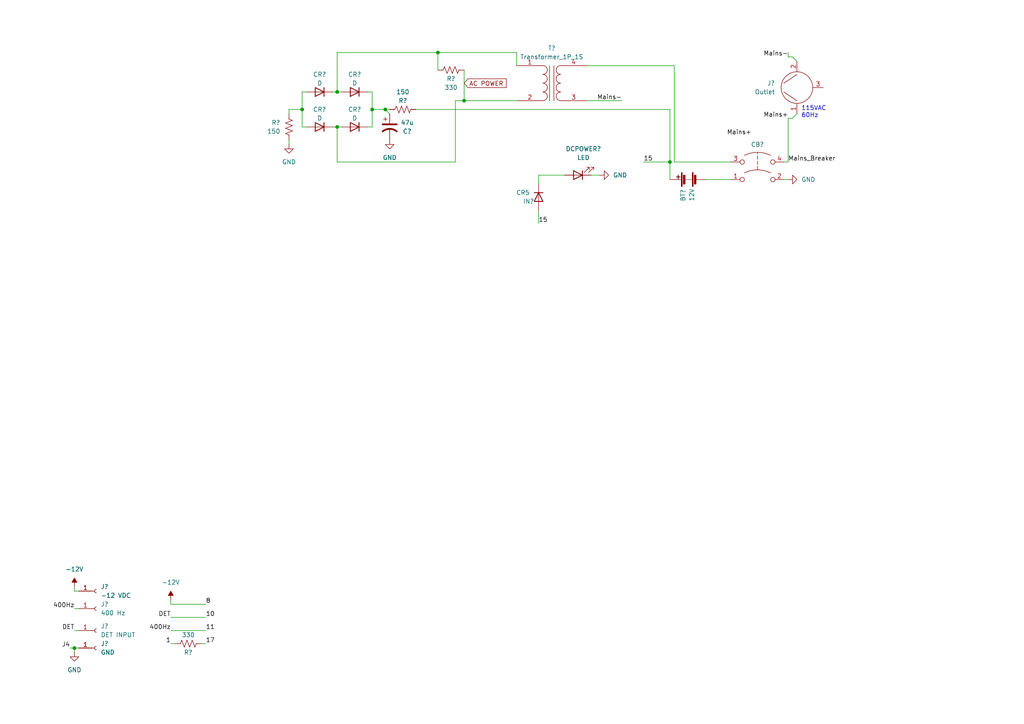
<source format=kicad_sch>
(kicad_sch (version 20211123) (generator eeschema)

  (uuid e63e39d7-6ac0-4ffd-8aa3-1841a4541b55)

  (paper "A4")

  (lib_symbols
    (symbol "Connector:Conn_01x01_Female" (pin_names (offset 1.016) hide) (in_bom yes) (on_board yes)
      (property "Reference" "J" (id 0) (at 0 2.54 0)
        (effects (font (size 1.27 1.27)))
      )
      (property "Value" "Conn_01x01_Female" (id 1) (at 0 -2.54 0)
        (effects (font (size 1.27 1.27)))
      )
      (property "Footprint" "" (id 2) (at 0 0 0)
        (effects (font (size 1.27 1.27)) hide)
      )
      (property "Datasheet" "~" (id 3) (at 0 0 0)
        (effects (font (size 1.27 1.27)) hide)
      )
      (property "ki_keywords" "connector" (id 4) (at 0 0 0)
        (effects (font (size 1.27 1.27)) hide)
      )
      (property "ki_description" "Generic connector, single row, 01x01, script generated (kicad-library-utils/schlib/autogen/connector/)" (id 5) (at 0 0 0)
        (effects (font (size 1.27 1.27)) hide)
      )
      (property "ki_fp_filters" "Connector*:*" (id 6) (at 0 0 0)
        (effects (font (size 1.27 1.27)) hide)
      )
      (symbol "Conn_01x01_Female_1_1"
        (polyline
          (pts
            (xy -1.27 0)
            (xy -0.508 0)
          )
          (stroke (width 0.1524) (type default) (color 0 0 0 0))
          (fill (type none))
        )
        (arc (start 0 0.508) (mid -0.508 0) (end 0 -0.508)
          (stroke (width 0.1524) (type default) (color 0 0 0 0))
          (fill (type none))
        )
        (pin passive line (at -5.08 0 0) (length 3.81)
          (name "Pin_1" (effects (font (size 1.27 1.27))))
          (number "1" (effects (font (size 1.27 1.27))))
        )
      )
    )
    (symbol "Device:Battery" (pin_numbers hide) (pin_names (offset 0) hide) (in_bom yes) (on_board yes)
      (property "Reference" "BT" (id 0) (at 2.54 2.54 0)
        (effects (font (size 1.27 1.27)) (justify left))
      )
      (property "Value" "Battery" (id 1) (at 2.54 0 0)
        (effects (font (size 1.27 1.27)) (justify left))
      )
      (property "Footprint" "" (id 2) (at 0 1.524 90)
        (effects (font (size 1.27 1.27)) hide)
      )
      (property "Datasheet" "~" (id 3) (at 0 1.524 90)
        (effects (font (size 1.27 1.27)) hide)
      )
      (property "ki_keywords" "batt voltage-source cell" (id 4) (at 0 0 0)
        (effects (font (size 1.27 1.27)) hide)
      )
      (property "ki_description" "Multiple-cell battery" (id 5) (at 0 0 0)
        (effects (font (size 1.27 1.27)) hide)
      )
      (symbol "Battery_0_1"
        (rectangle (start -2.032 -1.397) (end 2.032 -1.651)
          (stroke (width 0) (type default) (color 0 0 0 0))
          (fill (type outline))
        )
        (rectangle (start -2.032 1.778) (end 2.032 1.524)
          (stroke (width 0) (type default) (color 0 0 0 0))
          (fill (type outline))
        )
        (rectangle (start -1.3208 -1.9812) (end 1.27 -2.4892)
          (stroke (width 0) (type default) (color 0 0 0 0))
          (fill (type outline))
        )
        (rectangle (start -1.3208 1.1938) (end 1.27 0.6858)
          (stroke (width 0) (type default) (color 0 0 0 0))
          (fill (type outline))
        )
        (polyline
          (pts
            (xy 0 -1.524)
            (xy 0 -1.27)
          )
          (stroke (width 0) (type default) (color 0 0 0 0))
          (fill (type none))
        )
        (polyline
          (pts
            (xy 0 -1.016)
            (xy 0 -0.762)
          )
          (stroke (width 0) (type default) (color 0 0 0 0))
          (fill (type none))
        )
        (polyline
          (pts
            (xy 0 -0.508)
            (xy 0 -0.254)
          )
          (stroke (width 0) (type default) (color 0 0 0 0))
          (fill (type none))
        )
        (polyline
          (pts
            (xy 0 0)
            (xy 0 0.254)
          )
          (stroke (width 0) (type default) (color 0 0 0 0))
          (fill (type none))
        )
        (polyline
          (pts
            (xy 0 0.508)
            (xy 0 0.762)
          )
          (stroke (width 0) (type default) (color 0 0 0 0))
          (fill (type none))
        )
        (polyline
          (pts
            (xy 0 1.778)
            (xy 0 2.54)
          )
          (stroke (width 0) (type default) (color 0 0 0 0))
          (fill (type none))
        )
        (polyline
          (pts
            (xy 0.254 2.667)
            (xy 1.27 2.667)
          )
          (stroke (width 0.254) (type default) (color 0 0 0 0))
          (fill (type none))
        )
        (polyline
          (pts
            (xy 0.762 3.175)
            (xy 0.762 2.159)
          )
          (stroke (width 0.254) (type default) (color 0 0 0 0))
          (fill (type none))
        )
      )
      (symbol "Battery_1_1"
        (pin passive line (at 0 5.08 270) (length 2.54)
          (name "+" (effects (font (size 1.27 1.27))))
          (number "1" (effects (font (size 1.27 1.27))))
        )
        (pin passive line (at 0 -5.08 90) (length 2.54)
          (name "-" (effects (font (size 1.27 1.27))))
          (number "2" (effects (font (size 1.27 1.27))))
        )
      )
    )
    (symbol "Device:C_Polarized_US" (pin_numbers hide) (pin_names (offset 0.254) hide) (in_bom yes) (on_board yes)
      (property "Reference" "C" (id 0) (at 0.635 2.54 0)
        (effects (font (size 1.27 1.27)) (justify left))
      )
      (property "Value" "C_Polarized_US" (id 1) (at 0.635 -2.54 0)
        (effects (font (size 1.27 1.27)) (justify left))
      )
      (property "Footprint" "" (id 2) (at 0 0 0)
        (effects (font (size 1.27 1.27)) hide)
      )
      (property "Datasheet" "~" (id 3) (at 0 0 0)
        (effects (font (size 1.27 1.27)) hide)
      )
      (property "ki_keywords" "cap capacitor" (id 4) (at 0 0 0)
        (effects (font (size 1.27 1.27)) hide)
      )
      (property "ki_description" "Polarized capacitor, US symbol" (id 5) (at 0 0 0)
        (effects (font (size 1.27 1.27)) hide)
      )
      (property "ki_fp_filters" "CP_*" (id 6) (at 0 0 0)
        (effects (font (size 1.27 1.27)) hide)
      )
      (symbol "C_Polarized_US_0_1"
        (polyline
          (pts
            (xy -2.032 0.762)
            (xy 2.032 0.762)
          )
          (stroke (width 0.508) (type default) (color 0 0 0 0))
          (fill (type none))
        )
        (polyline
          (pts
            (xy -1.778 2.286)
            (xy -0.762 2.286)
          )
          (stroke (width 0) (type default) (color 0 0 0 0))
          (fill (type none))
        )
        (polyline
          (pts
            (xy -1.27 1.778)
            (xy -1.27 2.794)
          )
          (stroke (width 0) (type default) (color 0 0 0 0))
          (fill (type none))
        )
        (arc (start 2.032 -1.27) (mid 0 -0.5572) (end -2.032 -1.27)
          (stroke (width 0.508) (type default) (color 0 0 0 0))
          (fill (type none))
        )
      )
      (symbol "C_Polarized_US_1_1"
        (pin passive line (at 0 3.81 270) (length 2.794)
          (name "~" (effects (font (size 1.27 1.27))))
          (number "1" (effects (font (size 1.27 1.27))))
        )
        (pin passive line (at 0 -3.81 90) (length 3.302)
          (name "~" (effects (font (size 1.27 1.27))))
          (number "2" (effects (font (size 1.27 1.27))))
        )
      )
    )
    (symbol "Device:CircuitBreaker_2P_US" (in_bom yes) (on_board yes)
      (property "Reference" "CB" (id 0) (at 6.35 -1.27 0)
        (effects (font (size 1.27 1.27)) (justify left))
      )
      (property "Value" "CircuitBreaker_2P_US" (id 1) (at 6.35 1.27 0)
        (effects (font (size 1.27 1.27)) (justify left))
      )
      (property "Footprint" "" (id 2) (at -2.54 0 0)
        (effects (font (size 1.27 1.27)) hide)
      )
      (property "Datasheet" "~" (id 3) (at -2.54 0 0)
        (effects (font (size 1.27 1.27)) hide)
      )
      (property "ki_keywords" "CB 2P" (id 4) (at 0 0 0)
        (effects (font (size 1.27 1.27)) hide)
      )
      (property "ki_description" "Double pole circuit breaker, US symbol" (id 5) (at 0 0 0)
        (effects (font (size 1.27 1.27)) hide)
      )
      (symbol "CircuitBreaker_2P_US_0_1"
        (circle (center -2.54 -4.445) (radius 0.635)
          (stroke (width 0) (type default) (color 0 0 0 0))
          (fill (type none))
        )
        (circle (center -2.54 4.445) (radius 0.635)
          (stroke (width 0) (type default) (color 0 0 0 0))
          (fill (type none))
        )
        (arc (start -0.635 -3.81) (mid 0.2644 0) (end -0.635 3.81)
          (stroke (width 0) (type default) (color 0 0 0 0))
          (fill (type none))
        )
        (polyline
          (pts
            (xy 0.254 0)
            (xy 0.254 0)
          )
          (stroke (width 0) (type default) (color 0 0 0 0))
          (fill (type none))
        )
        (polyline
          (pts
            (xy 0.254 0)
            (xy 1.27 0)
          )
          (stroke (width 0) (type default) (color 0 0 0 0))
          (fill (type none))
        )
        (polyline
          (pts
            (xy 1.778 0)
            (xy 2.794 0)
          )
          (stroke (width 0) (type default) (color 0 0 0 0))
          (fill (type none))
        )
        (polyline
          (pts
            (xy 3.302 0)
            (xy 4.318 0)
          )
          (stroke (width 0) (type default) (color 0 0 0 0))
          (fill (type none))
        )
        (polyline
          (pts
            (xy 4.826 0)
            (xy 5.334 0)
          )
          (stroke (width 0) (type default) (color 0 0 0 0))
          (fill (type none))
        )
      )
      (symbol "CircuitBreaker_2P_US_1_1"
        (circle (center 2.54 -4.445) (radius 0.635)
          (stroke (width 0) (type default) (color 0 0 0 0))
          (fill (type none))
        )
        (circle (center 2.54 4.445) (radius 0.635)
          (stroke (width 0) (type default) (color 0 0 0 0))
          (fill (type none))
        )
        (arc (start 4.445 -3.81) (mid 5.3444 0) (end 4.445 3.81)
          (stroke (width 0) (type default) (color 0 0 0 0))
          (fill (type none))
        )
        (pin passive line (at -2.54 7.62 270) (length 2.54)
          (name "~" (effects (font (size 1.27 1.27))))
          (number "1" (effects (font (size 1.27 1.27))))
        )
        (pin passive line (at -2.54 -7.62 90) (length 2.54)
          (name "~" (effects (font (size 1.27 1.27))))
          (number "2" (effects (font (size 1.27 1.27))))
        )
        (pin passive line (at 2.54 7.62 270) (length 2.54)
          (name "~" (effects (font (size 1.27 1.27))))
          (number "3" (effects (font (size 1.27 1.27))))
        )
        (pin passive line (at 2.54 -7.62 90) (length 2.54)
          (name "~" (effects (font (size 1.27 1.27))))
          (number "4" (effects (font (size 1.27 1.27))))
        )
      )
    )
    (symbol "Device:D" (pin_numbers hide) (pin_names (offset 1.016) hide) (in_bom yes) (on_board yes)
      (property "Reference" "D" (id 0) (at 0 2.54 0)
        (effects (font (size 1.27 1.27)))
      )
      (property "Value" "D" (id 1) (at 0 -2.54 0)
        (effects (font (size 1.27 1.27)))
      )
      (property "Footprint" "" (id 2) (at 0 0 0)
        (effects (font (size 1.27 1.27)) hide)
      )
      (property "Datasheet" "~" (id 3) (at 0 0 0)
        (effects (font (size 1.27 1.27)) hide)
      )
      (property "ki_keywords" "diode" (id 4) (at 0 0 0)
        (effects (font (size 1.27 1.27)) hide)
      )
      (property "ki_description" "Diode" (id 5) (at 0 0 0)
        (effects (font (size 1.27 1.27)) hide)
      )
      (property "ki_fp_filters" "TO-???* *_Diode_* *SingleDiode* D_*" (id 6) (at 0 0 0)
        (effects (font (size 1.27 1.27)) hide)
      )
      (symbol "D_0_1"
        (polyline
          (pts
            (xy -1.27 1.27)
            (xy -1.27 -1.27)
          )
          (stroke (width 0.254) (type default) (color 0 0 0 0))
          (fill (type none))
        )
        (polyline
          (pts
            (xy 1.27 0)
            (xy -1.27 0)
          )
          (stroke (width 0) (type default) (color 0 0 0 0))
          (fill (type none))
        )
        (polyline
          (pts
            (xy 1.27 1.27)
            (xy 1.27 -1.27)
            (xy -1.27 0)
            (xy 1.27 1.27)
          )
          (stroke (width 0.254) (type default) (color 0 0 0 0))
          (fill (type none))
        )
      )
      (symbol "D_1_1"
        (pin passive line (at -3.81 0 0) (length 2.54)
          (name "K" (effects (font (size 1.27 1.27))))
          (number "1" (effects (font (size 1.27 1.27))))
        )
        (pin passive line (at 3.81 0 180) (length 2.54)
          (name "A" (effects (font (size 1.27 1.27))))
          (number "2" (effects (font (size 1.27 1.27))))
        )
      )
    )
    (symbol "Device:LED" (pin_numbers hide) (pin_names (offset 1.016) hide) (in_bom yes) (on_board yes)
      (property "Reference" "D" (id 0) (at 0 2.54 0)
        (effects (font (size 1.27 1.27)))
      )
      (property "Value" "LED" (id 1) (at 0 -2.54 0)
        (effects (font (size 1.27 1.27)))
      )
      (property "Footprint" "" (id 2) (at 0 0 0)
        (effects (font (size 1.27 1.27)) hide)
      )
      (property "Datasheet" "~" (id 3) (at 0 0 0)
        (effects (font (size 1.27 1.27)) hide)
      )
      (property "ki_keywords" "LED diode" (id 4) (at 0 0 0)
        (effects (font (size 1.27 1.27)) hide)
      )
      (property "ki_description" "Light emitting diode" (id 5) (at 0 0 0)
        (effects (font (size 1.27 1.27)) hide)
      )
      (property "ki_fp_filters" "LED* LED_SMD:* LED_THT:*" (id 6) (at 0 0 0)
        (effects (font (size 1.27 1.27)) hide)
      )
      (symbol "LED_0_1"
        (polyline
          (pts
            (xy -1.27 -1.27)
            (xy -1.27 1.27)
          )
          (stroke (width 0.254) (type default) (color 0 0 0 0))
          (fill (type none))
        )
        (polyline
          (pts
            (xy -1.27 0)
            (xy 1.27 0)
          )
          (stroke (width 0) (type default) (color 0 0 0 0))
          (fill (type none))
        )
        (polyline
          (pts
            (xy 1.27 -1.27)
            (xy 1.27 1.27)
            (xy -1.27 0)
            (xy 1.27 -1.27)
          )
          (stroke (width 0.254) (type default) (color 0 0 0 0))
          (fill (type none))
        )
        (polyline
          (pts
            (xy -3.048 -0.762)
            (xy -4.572 -2.286)
            (xy -3.81 -2.286)
            (xy -4.572 -2.286)
            (xy -4.572 -1.524)
          )
          (stroke (width 0) (type default) (color 0 0 0 0))
          (fill (type none))
        )
        (polyline
          (pts
            (xy -1.778 -0.762)
            (xy -3.302 -2.286)
            (xy -2.54 -2.286)
            (xy -3.302 -2.286)
            (xy -3.302 -1.524)
          )
          (stroke (width 0) (type default) (color 0 0 0 0))
          (fill (type none))
        )
      )
      (symbol "LED_1_1"
        (pin passive line (at -3.81 0 0) (length 2.54)
          (name "K" (effects (font (size 1.27 1.27))))
          (number "1" (effects (font (size 1.27 1.27))))
        )
        (pin passive line (at 3.81 0 180) (length 2.54)
          (name "A" (effects (font (size 1.27 1.27))))
          (number "2" (effects (font (size 1.27 1.27))))
        )
      )
    )
    (symbol "Device:R_US" (pin_numbers hide) (pin_names (offset 0)) (in_bom yes) (on_board yes)
      (property "Reference" "R" (id 0) (at 2.54 0 90)
        (effects (font (size 1.27 1.27)))
      )
      (property "Value" "R_US" (id 1) (at -2.54 0 90)
        (effects (font (size 1.27 1.27)))
      )
      (property "Footprint" "" (id 2) (at 1.016 -0.254 90)
        (effects (font (size 1.27 1.27)) hide)
      )
      (property "Datasheet" "~" (id 3) (at 0 0 0)
        (effects (font (size 1.27 1.27)) hide)
      )
      (property "ki_keywords" "R res resistor" (id 4) (at 0 0 0)
        (effects (font (size 1.27 1.27)) hide)
      )
      (property "ki_description" "Resistor, US symbol" (id 5) (at 0 0 0)
        (effects (font (size 1.27 1.27)) hide)
      )
      (property "ki_fp_filters" "R_*" (id 6) (at 0 0 0)
        (effects (font (size 1.27 1.27)) hide)
      )
      (symbol "R_US_0_1"
        (polyline
          (pts
            (xy 0 -2.286)
            (xy 0 -2.54)
          )
          (stroke (width 0) (type default) (color 0 0 0 0))
          (fill (type none))
        )
        (polyline
          (pts
            (xy 0 2.286)
            (xy 0 2.54)
          )
          (stroke (width 0) (type default) (color 0 0 0 0))
          (fill (type none))
        )
        (polyline
          (pts
            (xy 0 -0.762)
            (xy 1.016 -1.143)
            (xy 0 -1.524)
            (xy -1.016 -1.905)
            (xy 0 -2.286)
          )
          (stroke (width 0) (type default) (color 0 0 0 0))
          (fill (type none))
        )
        (polyline
          (pts
            (xy 0 0.762)
            (xy 1.016 0.381)
            (xy 0 0)
            (xy -1.016 -0.381)
            (xy 0 -0.762)
          )
          (stroke (width 0) (type default) (color 0 0 0 0))
          (fill (type none))
        )
        (polyline
          (pts
            (xy 0 2.286)
            (xy 1.016 1.905)
            (xy 0 1.524)
            (xy -1.016 1.143)
            (xy 0 0.762)
          )
          (stroke (width 0) (type default) (color 0 0 0 0))
          (fill (type none))
        )
      )
      (symbol "R_US_1_1"
        (pin passive line (at 0 3.81 270) (length 1.27)
          (name "~" (effects (font (size 1.27 1.27))))
          (number "1" (effects (font (size 1.27 1.27))))
        )
        (pin passive line (at 0 -3.81 90) (length 1.27)
          (name "~" (effects (font (size 1.27 1.27))))
          (number "2" (effects (font (size 1.27 1.27))))
        )
      )
    )
    (symbol "Device:Transformer_1P_1S" (pin_names (offset 1.016) hide) (in_bom yes) (on_board yes)
      (property "Reference" "T" (id 0) (at 0 6.35 0)
        (effects (font (size 1.27 1.27)))
      )
      (property "Value" "Transformer_1P_1S" (id 1) (at 0 -7.62 0)
        (effects (font (size 1.27 1.27)))
      )
      (property "Footprint" "" (id 2) (at 0 0 0)
        (effects (font (size 1.27 1.27)) hide)
      )
      (property "Datasheet" "~" (id 3) (at 0 0 0)
        (effects (font (size 1.27 1.27)) hide)
      )
      (property "ki_keywords" "transformer coil magnet" (id 4) (at 0 0 0)
        (effects (font (size 1.27 1.27)) hide)
      )
      (property "ki_description" "Transformer, single primary, single secondary" (id 5) (at 0 0 0)
        (effects (font (size 1.27 1.27)) hide)
      )
      (symbol "Transformer_1P_1S_0_1"
        (arc (start -2.54 -5.0546) (mid -1.6561 -4.6863) (end -1.27 -3.81)
          (stroke (width 0) (type default) (color 0 0 0 0))
          (fill (type none))
        )
        (arc (start -2.54 -2.5146) (mid -1.6561 -2.1463) (end -1.27 -1.27)
          (stroke (width 0) (type default) (color 0 0 0 0))
          (fill (type none))
        )
        (arc (start -2.54 0.0254) (mid -1.6561 0.3937) (end -1.27 1.27)
          (stroke (width 0) (type default) (color 0 0 0 0))
          (fill (type none))
        )
        (arc (start -2.54 2.5654) (mid -1.6561 2.9337) (end -1.27 3.81)
          (stroke (width 0) (type default) (color 0 0 0 0))
          (fill (type none))
        )
        (arc (start -1.27 -3.81) (mid -1.642 -2.912) (end -2.54 -2.54)
          (stroke (width 0) (type default) (color 0 0 0 0))
          (fill (type none))
        )
        (arc (start -1.27 -1.27) (mid -1.642 -0.372) (end -2.54 0)
          (stroke (width 0) (type default) (color 0 0 0 0))
          (fill (type none))
        )
        (arc (start -1.27 1.27) (mid -1.642 2.168) (end -2.54 2.54)
          (stroke (width 0) (type default) (color 0 0 0 0))
          (fill (type none))
        )
        (arc (start -1.27 3.81) (mid -1.642 4.708) (end -2.54 5.08)
          (stroke (width 0) (type default) (color 0 0 0 0))
          (fill (type none))
        )
        (polyline
          (pts
            (xy -0.635 5.08)
            (xy -0.635 -5.08)
          )
          (stroke (width 0) (type default) (color 0 0 0 0))
          (fill (type none))
        )
        (polyline
          (pts
            (xy 0.635 -5.08)
            (xy 0.635 5.08)
          )
          (stroke (width 0) (type default) (color 0 0 0 0))
          (fill (type none))
        )
        (arc (start 1.2954 -1.27) (mid 1.6599 -2.1501) (end 2.54 -2.5146)
          (stroke (width 0) (type default) (color 0 0 0 0))
          (fill (type none))
        )
        (arc (start 1.2954 1.27) (mid 1.6599 0.3899) (end 2.54 0.0254)
          (stroke (width 0) (type default) (color 0 0 0 0))
          (fill (type none))
        )
        (arc (start 1.2954 3.81) (mid 1.6599 2.9299) (end 2.54 2.5654)
          (stroke (width 0) (type default) (color 0 0 0 0))
          (fill (type none))
        )
        (arc (start 1.3208 -3.81) (mid 1.6853 -4.6901) (end 2.5654 -5.0546)
          (stroke (width 0) (type default) (color 0 0 0 0))
          (fill (type none))
        )
        (arc (start 2.54 0) (mid 1.6456 -0.3683) (end 1.2954 -1.27)
          (stroke (width 0) (type default) (color 0 0 0 0))
          (fill (type none))
        )
        (arc (start 2.54 2.54) (mid 1.6456 2.1717) (end 1.2954 1.27)
          (stroke (width 0) (type default) (color 0 0 0 0))
          (fill (type none))
        )
        (arc (start 2.54 5.08) (mid 1.6456 4.7117) (end 1.2954 3.81)
          (stroke (width 0) (type default) (color 0 0 0 0))
          (fill (type none))
        )
        (arc (start 2.5654 -2.54) (mid 1.671 -2.9083) (end 1.3208 -3.81)
          (stroke (width 0) (type default) (color 0 0 0 0))
          (fill (type none))
        )
      )
      (symbol "Transformer_1P_1S_1_1"
        (pin passive line (at -10.16 5.08 0) (length 7.62)
          (name "AA" (effects (font (size 1.27 1.27))))
          (number "1" (effects (font (size 1.27 1.27))))
        )
        (pin passive line (at -10.16 -5.08 0) (length 7.62)
          (name "AB" (effects (font (size 1.27 1.27))))
          (number "2" (effects (font (size 1.27 1.27))))
        )
        (pin passive line (at 10.16 -5.08 180) (length 7.62)
          (name "SA" (effects (font (size 1.27 1.27))))
          (number "3" (effects (font (size 1.27 1.27))))
        )
        (pin passive line (at 10.16 5.08 180) (length 7.62)
          (name "SB" (effects (font (size 1.27 1.27))))
          (number "4" (effects (font (size 1.27 1.27))))
        )
      )
    )
    (symbol "navsea:Outlet" (in_bom yes) (on_board yes)
      (property "Reference" "J" (id 0) (at 0 1.27 0)
        (effects (font (size 1.27 1.27)))
      )
      (property "Value" "Outlet" (id 1) (at 0 -1.27 0)
        (effects (font (size 1.27 1.27)))
      )
      (property "Footprint" "" (id 2) (at 0 0 0)
        (effects (font (size 1.27 1.27)) hide)
      )
      (property "Datasheet" "" (id 3) (at 0 0 0)
        (effects (font (size 1.27 1.27)) hide)
      )
      (symbol "Outlet_0_1"
        (polyline
          (pts
            (xy -3.81 -1.27)
            (xy 0 -3.81)
          )
          (stroke (width 0) (type default) (color 0 0 0 0))
          (fill (type none))
        )
        (polyline
          (pts
            (xy -3.81 1.27)
            (xy 0 3.81)
          )
          (stroke (width 0) (type default) (color 0 0 0 0))
          (fill (type none))
        )
        (circle (center 0 0) (radius 4.5791)
          (stroke (width 0) (type default) (color 0 0 0 0))
          (fill (type none))
        )
      )
      (symbol "Outlet_1_1"
        (pin output line (at 0 -7.62 90) (length 3)
          (name "" (effects (font (size 1.27 1.27))))
          (number "1" (effects (font (size 1.27 1.27))))
        )
        (pin output line (at 0 7.62 270) (length 3)
          (name "" (effects (font (size 1.27 1.27))))
          (number "2" (effects (font (size 1.27 1.27))))
        )
        (pin passive line (at 7.62 0 180) (length 3)
          (name "" (effects (font (size 1.27 1.27))))
          (number "3" (effects (font (size 1.27 1.27))))
        )
      )
    )
    (symbol "power:-12V" (power) (pin_names (offset 0)) (in_bom yes) (on_board yes)
      (property "Reference" "#PWR" (id 0) (at 0 2.54 0)
        (effects (font (size 1.27 1.27)) hide)
      )
      (property "Value" "-12V" (id 1) (at 0 3.81 0)
        (effects (font (size 1.27 1.27)))
      )
      (property "Footprint" "" (id 2) (at 0 0 0)
        (effects (font (size 1.27 1.27)) hide)
      )
      (property "Datasheet" "" (id 3) (at 0 0 0)
        (effects (font (size 1.27 1.27)) hide)
      )
      (property "ki_keywords" "power-flag" (id 4) (at 0 0 0)
        (effects (font (size 1.27 1.27)) hide)
      )
      (property "ki_description" "Power symbol creates a global label with name \"-12V\"" (id 5) (at 0 0 0)
        (effects (font (size 1.27 1.27)) hide)
      )
      (symbol "-12V_0_0"
        (pin power_in line (at 0 0 90) (length 0) hide
          (name "-12V" (effects (font (size 1.27 1.27))))
          (number "1" (effects (font (size 1.27 1.27))))
        )
      )
      (symbol "-12V_0_1"
        (polyline
          (pts
            (xy 0 0)
            (xy 0 1.27)
            (xy 0.762 1.27)
            (xy 0 2.54)
            (xy -0.762 1.27)
            (xy 0 1.27)
          )
          (stroke (width 0) (type default) (color 0 0 0 0))
          (fill (type outline))
        )
      )
    )
    (symbol "power:GND" (power) (pin_names (offset 0)) (in_bom yes) (on_board yes)
      (property "Reference" "#PWR" (id 0) (at 0 -6.35 0)
        (effects (font (size 1.27 1.27)) hide)
      )
      (property "Value" "GND" (id 1) (at 0 -3.81 0)
        (effects (font (size 1.27 1.27)))
      )
      (property "Footprint" "" (id 2) (at 0 0 0)
        (effects (font (size 1.27 1.27)) hide)
      )
      (property "Datasheet" "" (id 3) (at 0 0 0)
        (effects (font (size 1.27 1.27)) hide)
      )
      (property "ki_keywords" "power-flag" (id 4) (at 0 0 0)
        (effects (font (size 1.27 1.27)) hide)
      )
      (property "ki_description" "Power symbol creates a global label with name \"GND\" , ground" (id 5) (at 0 0 0)
        (effects (font (size 1.27 1.27)) hide)
      )
      (symbol "GND_0_1"
        (polyline
          (pts
            (xy 0 0)
            (xy 0 -1.27)
            (xy 1.27 -1.27)
            (xy 0 -2.54)
            (xy -1.27 -1.27)
            (xy 0 -1.27)
          )
          (stroke (width 0) (type default) (color 0 0 0 0))
          (fill (type none))
        )
      )
      (symbol "GND_1_1"
        (pin power_in line (at 0 0 270) (length 0) hide
          (name "GND" (effects (font (size 1.27 1.27))))
          (number "1" (effects (font (size 1.27 1.27))))
        )
      )
    )
  )

  (junction (at 21.59 187.96) (diameter 0) (color 0 0 0 0)
    (uuid 22726a2b-cdf2-4760-8cca-1febc42188ff)
  )
  (junction (at 127 15.24) (diameter 0) (color 0 0 0 0)
    (uuid 3cf373ed-f947-4fdb-a245-1c21367fa670)
  )
  (junction (at 111.76 31.75) (diameter 0) (color 0 0 0 0)
    (uuid 494d4ce3-60c4-4021-8bd1-ab41a12b14ed)
  )
  (junction (at 87.63 31.75) (diameter 0) (color 0 0 0 0)
    (uuid 5206328f-de7d-41ba-bad8-f1768b7701cb)
  )
  (junction (at 97.79 26.67) (diameter 0) (color 0 0 0 0)
    (uuid c220da05-2a98-47be-9327-0c73c5263c41)
  )
  (junction (at 194.31 46.99) (diameter 0) (color 0 0 0 0)
    (uuid dd523cdc-13dc-40ec-a296-a02de48b9f35)
  )
  (junction (at 97.79 36.83) (diameter 0) (color 0 0 0 0)
    (uuid e1fe6230-75c5-4750-aaea-24a9b80589d8)
  )
  (junction (at 107.95 31.75) (diameter 0) (color 0 0 0 0)
    (uuid f030cfe8-f922-4a12-a58d-2ff6e60a9bb9)
  )
  (junction (at 134.62 29.21) (diameter 0) (color 0 0 0 0)
    (uuid f3d157a6-d68d-415b-83d9-0b6cf5a28119)
  )

  (wire (pts (xy 87.63 26.67) (xy 88.9 26.67))
    (stroke (width 0) (type default) (color 0 0 0 0))
    (uuid 0d095387-710d-4633-a6c3-04eab60b585a)
  )
  (wire (pts (xy 49.53 179.07) (xy 59.69 179.07))
    (stroke (width 0) (type default) (color 0 0 0 0))
    (uuid 0d7f62e1-ac90-4e7a-9acf-2a6b10d32789)
  )
  (wire (pts (xy 106.68 26.67) (xy 107.95 26.67))
    (stroke (width 0) (type default) (color 0 0 0 0))
    (uuid 0f62e92c-dce6-45dc-a560-b9db10f66ff3)
  )
  (wire (pts (xy 132.08 46.99) (xy 132.08 29.21))
    (stroke (width 0) (type default) (color 0 0 0 0))
    (uuid 16198767-9e44-4cda-86ba-0b1cd6233ac2)
  )
  (wire (pts (xy 228.6 15.24) (xy 228.6 16.51))
    (stroke (width 0) (type default) (color 0 0 0 0))
    (uuid 1a302d6d-c61c-4b5e-bb5b-b2c37d382267)
  )
  (wire (pts (xy 58.42 186.69) (xy 59.69 186.69))
    (stroke (width 0) (type default) (color 0 0 0 0))
    (uuid 20c3f022-5079-4eae-9900-28b461c3aa7f)
  )
  (wire (pts (xy 97.79 15.24) (xy 97.79 26.67))
    (stroke (width 0) (type default) (color 0 0 0 0))
    (uuid 22ab392d-1989-4185-9178-8083812ea067)
  )
  (wire (pts (xy 96.52 26.67) (xy 97.79 26.67))
    (stroke (width 0) (type default) (color 0 0 0 0))
    (uuid 23345f3e-d08d-4834-b1dc-64de02569916)
  )
  (wire (pts (xy 49.53 173.99) (xy 49.53 175.26))
    (stroke (width 0) (type default) (color 0 0 0 0))
    (uuid 2c674df8-4c47-4b59-abe7-22bc0a50cbc9)
  )
  (wire (pts (xy 195.58 46.99) (xy 212.09 46.99))
    (stroke (width 0) (type default) (color 0 0 0 0))
    (uuid 2d0d333a-99a0-4575-9433-710c8cc7ac0b)
  )
  (wire (pts (xy 107.95 26.67) (xy 107.95 31.75))
    (stroke (width 0) (type default) (color 0 0 0 0))
    (uuid 2dc66f7e-d85d-4081-ae71-fd8851d6aeda)
  )
  (wire (pts (xy 156.21 60.96) (xy 156.21 64.77))
    (stroke (width 0) (type default) (color 0 0 0 0))
    (uuid 2de4b987-0841-4651-8ab8-607d0e4adada)
  )
  (wire (pts (xy 96.52 36.83) (xy 97.79 36.83))
    (stroke (width 0) (type default) (color 0 0 0 0))
    (uuid 2ec9be40-1d5a-4e2d-8a4d-4be2d3c079d5)
  )
  (wire (pts (xy 83.82 31.75) (xy 87.63 31.75))
    (stroke (width 0) (type default) (color 0 0 0 0))
    (uuid 2f33286e-7553-4442-acf0-23c61fcd6ab0)
  )
  (wire (pts (xy 87.63 31.75) (xy 87.63 36.83))
    (stroke (width 0) (type default) (color 0 0 0 0))
    (uuid 2f5467a7-bd49-433c-92f2-60a842e66f7b)
  )
  (wire (pts (xy 195.58 46.99) (xy 195.58 19.05))
    (stroke (width 0) (type default) (color 0 0 0 0))
    (uuid 318a9db1-9343-49bb-b491-66d5dd9456bf)
  )
  (wire (pts (xy 21.59 170.18) (xy 21.59 171.45))
    (stroke (width 0) (type default) (color 0 0 0 0))
    (uuid 34fc283c-3828-47a6-bc3b-8bce577e68e8)
  )
  (wire (pts (xy 231.14 33.02) (xy 229.87 34.29))
    (stroke (width 0) (type default) (color 0 0 0 0))
    (uuid 3656bb3f-f8a4-4f3a-8e9a-ec6203c87a56)
  )
  (wire (pts (xy 132.08 29.21) (xy 134.62 29.21))
    (stroke (width 0) (type default) (color 0 0 0 0))
    (uuid 38440869-e7af-4502-b973-3fd6cfcc461c)
  )
  (wire (pts (xy 111.76 31.75) (xy 113.03 31.75))
    (stroke (width 0) (type default) (color 0 0 0 0))
    (uuid 414f80f7-b2d5-43c3-a018-819efe44fe30)
  )
  (wire (pts (xy 227.33 46.99) (xy 228.6 46.99))
    (stroke (width 0) (type default) (color 0 0 0 0))
    (uuid 4160bbf7-ffff-4c5c-a647-5ee58ddecf06)
  )
  (wire (pts (xy 134.62 29.21) (xy 149.86 29.21))
    (stroke (width 0) (type default) (color 0 0 0 0))
    (uuid 4499ff5d-16e8-4d0f-9511-414b2365664b)
  )
  (wire (pts (xy 107.95 36.83) (xy 106.68 36.83))
    (stroke (width 0) (type default) (color 0 0 0 0))
    (uuid 45a58c23-3e6d-4df0-af01-6d5948b0075c)
  )
  (wire (pts (xy 195.58 19.05) (xy 170.18 19.05))
    (stroke (width 0) (type default) (color 0 0 0 0))
    (uuid 4706cbd5-4b9b-4fdc-967e-b0298f7c0eec)
  )
  (wire (pts (xy 170.18 29.21) (xy 180.34 29.21))
    (stroke (width 0) (type default) (color 0 0 0 0))
    (uuid 48391cc1-dcb6-44b8-9f38-d85a24d00e7f)
  )
  (wire (pts (xy 228.6 16.51) (xy 229.87 16.51))
    (stroke (width 0) (type default) (color 0 0 0 0))
    (uuid 49d97c73-e37a-4154-9d0a-88037e40cc11)
  )
  (wire (pts (xy 21.59 182.88) (xy 22.86 182.88))
    (stroke (width 0) (type default) (color 0 0 0 0))
    (uuid 4e556c41-f092-459b-8d7d-dd69a13c6656)
  )
  (wire (pts (xy 97.79 15.24) (xy 127 15.24))
    (stroke (width 0) (type default) (color 0 0 0 0))
    (uuid 52b66bd8-9413-497e-a0cf-0d0eca5ebb83)
  )
  (wire (pts (xy 49.53 186.69) (xy 50.8 186.69))
    (stroke (width 0) (type default) (color 0 0 0 0))
    (uuid 5bc1dcf8-41d5-4668-b436-6a2b825a917e)
  )
  (wire (pts (xy 171.45 50.8) (xy 173.99 50.8))
    (stroke (width 0) (type default) (color 0 0 0 0))
    (uuid 5d0b29f3-e173-4f12-9cfc-a70a30052758)
  )
  (wire (pts (xy 227.33 52.07) (xy 228.6 52.07))
    (stroke (width 0) (type default) (color 0 0 0 0))
    (uuid 661ca2ba-bce5-4308-99a6-de333a625515)
  )
  (wire (pts (xy 107.95 31.75) (xy 111.76 31.75))
    (stroke (width 0) (type default) (color 0 0 0 0))
    (uuid 6742a066-6a5f-4185-90ae-b7fe8c6eda52)
  )
  (wire (pts (xy 21.59 187.96) (xy 21.59 189.23))
    (stroke (width 0) (type default) (color 0 0 0 0))
    (uuid 6e15bf5a-cf0b-4e06-9411-ea4f0f2b4a31)
  )
  (wire (pts (xy 97.79 26.67) (xy 99.06 26.67))
    (stroke (width 0) (type default) (color 0 0 0 0))
    (uuid 6fd21292-6577-40e1-bbda-18906b5e9f6f)
  )
  (wire (pts (xy 83.82 33.02) (xy 83.82 31.75))
    (stroke (width 0) (type default) (color 0 0 0 0))
    (uuid 71aa3829-956e-4ff9-af3f-b06e50ab2b5a)
  )
  (wire (pts (xy 97.79 36.83) (xy 97.79 46.99))
    (stroke (width 0) (type default) (color 0 0 0 0))
    (uuid 7b75907b-b2ae-4362-89fa-d520339aaa5c)
  )
  (wire (pts (xy 204.47 52.07) (xy 212.09 52.07))
    (stroke (width 0) (type default) (color 0 0 0 0))
    (uuid 7d5e1b35-fcc1-4247-a986-0e358e73de4c)
  )
  (wire (pts (xy 22.86 187.96) (xy 21.59 187.96))
    (stroke (width 0) (type default) (color 0 0 0 0))
    (uuid 7f7e2b13-c087-40d3-b8fd-af86e1dcec2d)
  )
  (wire (pts (xy 186.69 46.99) (xy 194.31 46.99))
    (stroke (width 0) (type default) (color 0 0 0 0))
    (uuid 8cded1ae-e12d-4207-953a-651bd0ce709c)
  )
  (wire (pts (xy 228.6 34.29) (xy 229.87 34.29))
    (stroke (width 0) (type default) (color 0 0 0 0))
    (uuid 8de89cfe-79c0-4edf-a549-1043834ecc29)
  )
  (wire (pts (xy 229.87 16.51) (xy 231.14 17.78))
    (stroke (width 0) (type default) (color 0 0 0 0))
    (uuid 961b4579-9ee8-407a-89a7-81f36f1ad865)
  )
  (wire (pts (xy 88.9 36.83) (xy 87.63 36.83))
    (stroke (width 0) (type default) (color 0 0 0 0))
    (uuid 9c0314b1-f82f-432d-95a0-65e191202552)
  )
  (wire (pts (xy 149.86 15.24) (xy 149.86 19.05))
    (stroke (width 0) (type default) (color 0 0 0 0))
    (uuid 9cb09768-b17c-4d84-8b62-038965d703c0)
  )
  (wire (pts (xy 97.79 46.99) (xy 132.08 46.99))
    (stroke (width 0) (type default) (color 0 0 0 0))
    (uuid a1138467-09e1-44bf-8023-a23dc0b385eb)
  )
  (wire (pts (xy 21.59 176.53) (xy 22.86 176.53))
    (stroke (width 0) (type default) (color 0 0 0 0))
    (uuid a2d00796-078f-401b-983d-8b8112e5c730)
  )
  (wire (pts (xy 113.03 33.02) (xy 111.76 31.75))
    (stroke (width 0) (type default) (color 0 0 0 0))
    (uuid a419542a-0c78-421e-9ac7-81d3afba6186)
  )
  (wire (pts (xy 49.53 175.26) (xy 59.69 175.26))
    (stroke (width 0) (type default) (color 0 0 0 0))
    (uuid a571add2-1200-4b25-b78e-163406863ab7)
  )
  (wire (pts (xy 194.31 52.07) (xy 194.31 46.99))
    (stroke (width 0) (type default) (color 0 0 0 0))
    (uuid ad177685-21e9-434c-bd1e-63bd5708cfaf)
  )
  (wire (pts (xy 21.59 171.45) (xy 22.86 171.45))
    (stroke (width 0) (type default) (color 0 0 0 0))
    (uuid adb9dcb1-f583-47b6-89ad-e5ea404410e7)
  )
  (wire (pts (xy 156.21 50.8) (xy 163.83 50.8))
    (stroke (width 0) (type default) (color 0 0 0 0))
    (uuid ae91f302-2fb7-47ca-b2fd-7d2f7c21f30b)
  )
  (wire (pts (xy 83.82 41.91) (xy 83.82 40.64))
    (stroke (width 0) (type default) (color 0 0 0 0))
    (uuid be030c62-e776-405f-97d8-4a4c1aa2e428)
  )
  (wire (pts (xy 127 15.24) (xy 149.86 15.24))
    (stroke (width 0) (type default) (color 0 0 0 0))
    (uuid c0486e8d-ca3c-406f-a2c8-4bc78a825199)
  )
  (wire (pts (xy 127 15.24) (xy 127 20.32))
    (stroke (width 0) (type default) (color 0 0 0 0))
    (uuid c2f40523-77e8-46a6-a306-eade5c47d92a)
  )
  (wire (pts (xy 97.79 36.83) (xy 99.06 36.83))
    (stroke (width 0) (type default) (color 0 0 0 0))
    (uuid c482f4f0-b441-4301-a9f1-c7f9e511d699)
  )
  (wire (pts (xy 194.31 46.99) (xy 194.31 31.75))
    (stroke (width 0) (type default) (color 0 0 0 0))
    (uuid cf01d0b1-8ac5-4145-a020-57e05c532834)
  )
  (wire (pts (xy 20.32 187.96) (xy 21.59 187.96))
    (stroke (width 0) (type default) (color 0 0 0 0))
    (uuid cf151455-3c84-44da-9f59-d0b10e14149a)
  )
  (wire (pts (xy 120.65 31.75) (xy 194.31 31.75))
    (stroke (width 0) (type default) (color 0 0 0 0))
    (uuid e29e8d7d-cee8-47d4-8444-1d7032daf03c)
  )
  (wire (pts (xy 107.95 31.75) (xy 107.95 36.83))
    (stroke (width 0) (type default) (color 0 0 0 0))
    (uuid e3c3d042-f4c5-4fb1-a6b8-52aa1c14cc0e)
  )
  (wire (pts (xy 87.63 26.67) (xy 87.63 31.75))
    (stroke (width 0) (type default) (color 0 0 0 0))
    (uuid ea7c53f9-3aa8-4198-9879-de95a5257915)
  )
  (wire (pts (xy 228.6 46.99) (xy 228.6 34.29))
    (stroke (width 0) (type default) (color 0 0 0 0))
    (uuid eed7e659-4b79-4074-923c-a6c21146f5ed)
  )
  (wire (pts (xy 134.62 20.32) (xy 134.62 29.21))
    (stroke (width 0) (type default) (color 0 0 0 0))
    (uuid f42c56e5-21c0-4b55-9e35-0457e7d73af6)
  )
  (wire (pts (xy 156.21 50.8) (xy 156.21 53.34))
    (stroke (width 0) (type default) (color 0 0 0 0))
    (uuid f69aac93-d3de-4f65-b6b0-69b31a1eeedd)
  )
  (wire (pts (xy 49.53 182.88) (xy 59.69 182.88))
    (stroke (width 0) (type default) (color 0 0 0 0))
    (uuid f8abaf71-c74d-4835-bb9d-ca43179a7941)
  )

  (text "115VAC\n60Hz" (at 232.41 34.29 0)
    (effects (font (size 1.27 1.27)) (justify left bottom))
    (uuid ea4f0afc-785b-40cf-8ef1-cbe20404c18b)
  )

  (label "DET" (at 49.53 179.07 180)
    (effects (font (size 1.27 1.27)) (justify right bottom))
    (uuid 0a138701-018f-4d3a-8b36-8716d1034165)
  )
  (label "DET" (at 21.59 182.88 180)
    (effects (font (size 1.27 1.27)) (justify right bottom))
    (uuid 184084cd-f4ca-491f-a4ac-6e9628d0f3c6)
  )
  (label "J4" (at 20.32 187.96 180)
    (effects (font (size 1.27 1.27)) (justify right bottom))
    (uuid 32b8a325-2cb1-4e0b-9542-5e0b2c7cb7a4)
  )
  (label "Mains-" (at 180.34 29.21 180)
    (effects (font (size 1.27 1.27)) (justify right bottom))
    (uuid 39945e64-02be-40f9-892a-a11624471219)
  )
  (label "15" (at 156.21 64.77 0)
    (effects (font (size 1.27 1.27)) (justify left bottom))
    (uuid 550b4c3d-d7ae-47ac-897c-516108b07dc8)
  )
  (label "Mains-" (at 228.6 16.51 180)
    (effects (font (size 1.27 1.27)) (justify right bottom))
    (uuid 59e09498-d26e-4ba7-b47d-fece2ea7c274)
  )
  (label "11" (at 59.69 182.88 0)
    (effects (font (size 1.27 1.27)) (justify left bottom))
    (uuid 5fe14767-800c-49d2-b2e4-d965e290bd44)
  )
  (label "10" (at 59.69 179.07 0)
    (effects (font (size 1.27 1.27)) (justify left bottom))
    (uuid 6df6581a-7550-4043-9606-2263f18d3b29)
  )
  (label "400Hz" (at 49.53 182.88 180)
    (effects (font (size 1.27 1.27)) (justify right bottom))
    (uuid 835e435e-a7ba-4fe7-976f-486bb471a3b9)
  )
  (label "17" (at 59.69 186.69 0)
    (effects (font (size 1.27 1.27)) (justify left bottom))
    (uuid 90563470-fb15-49a0-bd03-654a03bb197b)
  )
  (label "Mains_Breaker" (at 228.6 46.99 0)
    (effects (font (size 1.27 1.27)) (justify left bottom))
    (uuid a9d76dfc-52ba-46de-beb4-dab7b94ee663)
  )
  (label "8" (at 59.69 175.26 0)
    (effects (font (size 1.27 1.27)) (justify left bottom))
    (uuid ad136915-8710-44c4-9d29-20f7b6365459)
  )
  (label "Mains+" (at 210.82 39.37 0)
    (effects (font (size 1.27 1.27)) (justify left bottom))
    (uuid b4675fcd-90dd-499b-8feb-46b51a88378c)
  )
  (label "15" (at 186.69 46.99 0)
    (effects (font (size 1.27 1.27)) (justify left bottom))
    (uuid d0a61cd8-1cf0-481b-a793-a2071fc85abc)
  )
  (label "400Hz" (at 21.59 176.53 180)
    (effects (font (size 1.27 1.27)) (justify right bottom))
    (uuid d4a4f306-49bb-4931-8c4f-d73c39f332c3)
  )
  (label "Mains+" (at 228.6 34.29 180)
    (effects (font (size 1.27 1.27)) (justify right bottom))
    (uuid eb6a726e-fed9-4891-95fa-b4d4a5f77b35)
  )
  (label "1" (at 49.53 186.69 180)
    (effects (font (size 1.27 1.27)) (justify right bottom))
    (uuid f13185c4-f577-4fef-a9eb-3dacc372f4c2)
  )

  (global_label "AC POWER" (shape input) (at 134.62 24.13 0) (fields_autoplaced)
    (effects (font (size 1.27 1.27)) (justify left))
    (uuid 8d85e7a0-287e-432b-99d5-6c135fdd1a33)
    (property "Intersheet References" "${INTERSHEET_REFS}" (id 0) (at 146.8302 24.0506 0)
      (effects (font (size 1.27 1.27)) (justify left) hide)
    )
  )

  (symbol (lib_id "Device:D") (at 92.71 36.83 180) (unit 1)
    (in_bom yes) (on_board yes)
    (uuid 042fe62b-53aa-4e86-97d0-9ccb1e16a895)
    (property "Reference" "CR?" (id 0) (at 92.71 31.75 0))
    (property "Value" "D" (id 1) (at 92.71 34.29 0))
    (property "Footprint" "" (id 2) (at 92.71 36.83 0)
      (effects (font (size 1.27 1.27)) hide)
    )
    (property "Datasheet" "~" (id 3) (at 92.71 36.83 0)
      (effects (font (size 1.27 1.27)) hide)
    )
    (pin "1" (uuid 2e6b1f7e-e4c3-43a1-ae90-c85aa40696d5))
    (pin "2" (uuid 36696ac6-2db1-4b52-ae3d-9f3c89d2042f))
  )

  (symbol (lib_id "Device:CircuitBreaker_2P_US") (at 219.71 49.53 90) (unit 1)
    (in_bom yes) (on_board yes) (fields_autoplaced)
    (uuid 0e0f9829-27a5-43b2-a0ae-121d3ce72ef4)
    (property "Reference" "CB?" (id 0) (at 219.71 41.91 90))
    (property "Value" "CircuitBreaker_2P_US" (id 1) (at 219.71 41.91 90)
      (effects (font (size 1.27 1.27)) hide)
    )
    (property "Footprint" "" (id 2) (at 219.71 52.07 0)
      (effects (font (size 1.27 1.27)) hide)
    )
    (property "Datasheet" "~" (id 3) (at 219.71 52.07 0)
      (effects (font (size 1.27 1.27)) hide)
    )
    (pin "1" (uuid 3934b2e9-06c8-499c-a6df-4d7b35cfb894))
    (pin "2" (uuid 73f40fda-e6eb-4f93-9482-56cf47d84a87))
    (pin "3" (uuid 3579cf2f-29b0-46b6-a07d-483fb5586322))
    (pin "4" (uuid ef51df0d-fc2c-482b-a0e5-e49bae94f31f))
  )

  (symbol (lib_id "power:GND") (at 21.59 189.23 0) (unit 1)
    (in_bom yes) (on_board yes) (fields_autoplaced)
    (uuid 0efff272-ab18-4041-8203-5b6c6b1ca45c)
    (property "Reference" "#PWR?" (id 0) (at 21.59 195.58 0)
      (effects (font (size 1.27 1.27)) hide)
    )
    (property "Value" "GND" (id 1) (at 21.59 194.31 0))
    (property "Footprint" "" (id 2) (at 21.59 189.23 0)
      (effects (font (size 1.27 1.27)) hide)
    )
    (property "Datasheet" "" (id 3) (at 21.59 189.23 0)
      (effects (font (size 1.27 1.27)) hide)
    )
    (pin "1" (uuid cdf57bc1-762b-457c-a686-92bc2eefb75e))
  )

  (symbol (lib_id "power:GND") (at 173.99 50.8 90) (unit 1)
    (in_bom yes) (on_board yes) (fields_autoplaced)
    (uuid 286f67b7-5dcf-4ade-be2d-b86f731f576a)
    (property "Reference" "#PWR?" (id 0) (at 180.34 50.8 0)
      (effects (font (size 1.27 1.27)) hide)
    )
    (property "Value" "GND" (id 1) (at 177.8 50.7999 90)
      (effects (font (size 1.27 1.27)) (justify right))
    )
    (property "Footprint" "" (id 2) (at 173.99 50.8 0)
      (effects (font (size 1.27 1.27)) hide)
    )
    (property "Datasheet" "" (id 3) (at 173.99 50.8 0)
      (effects (font (size 1.27 1.27)) hide)
    )
    (pin "1" (uuid 6d35cfe8-5269-4a2c-b4c6-fd73a8d951a7))
  )

  (symbol (lib_id "Device:Battery") (at 199.39 52.07 90) (unit 1)
    (in_bom yes) (on_board yes)
    (uuid 2d16cb66-2809-411d-912c-d3db0f48bd04)
    (property "Reference" "BT?" (id 0) (at 198.12 58.42 0)
      (effects (font (size 1.27 1.27)) (justify left))
    )
    (property "Value" "12V" (id 1) (at 200.66 58.42 0)
      (effects (font (size 1.27 1.27)) (justify left))
    )
    (property "Footprint" "" (id 2) (at 197.866 52.07 90)
      (effects (font (size 1.27 1.27)) hide)
    )
    (property "Datasheet" "~" (id 3) (at 197.866 52.07 90)
      (effects (font (size 1.27 1.27)) hide)
    )
    (pin "1" (uuid 5fe7a4eb-9f04-4df6-a1fa-36c071e280d7))
    (pin "2" (uuid a6891c49-3648-41ce-811e-fccb4c4653af))
  )

  (symbol (lib_id "Device:R_US") (at 130.81 20.32 90) (unit 1)
    (in_bom yes) (on_board yes)
    (uuid 383131e0-56c6-408d-88b6-73ed3e7f1377)
    (property "Reference" "R?" (id 0) (at 130.81 22.86 90))
    (property "Value" "330" (id 1) (at 130.81 25.4 90))
    (property "Footprint" "" (id 2) (at 131.064 19.304 90)
      (effects (font (size 1.27 1.27)) hide)
    )
    (property "Datasheet" "~" (id 3) (at 130.81 20.32 0)
      (effects (font (size 1.27 1.27)) hide)
    )
    (pin "1" (uuid 529d9ed2-1fd5-46d0-83e3-d58d69bb1ebc))
    (pin "2" (uuid ce5125c3-ce21-4cc0-af84-3874491373b6))
  )

  (symbol (lib_id "Connector:Conn_01x01_Female") (at 27.94 171.45 0) (unit 1)
    (in_bom yes) (on_board yes) (fields_autoplaced)
    (uuid 43d0dacf-812a-40f6-90e1-0fcae7e00427)
    (property "Reference" "J?" (id 0) (at 29.21 170.1799 0)
      (effects (font (size 1.27 1.27)) (justify left))
    )
    (property "Value" "-12 VDC" (id 1) (at 29.21 172.7199 0)
      (effects (font (size 1.27 1.27)) (justify left))
    )
    (property "Footprint" "" (id 2) (at 27.94 171.45 0)
      (effects (font (size 1.27 1.27)) hide)
    )
    (property "Datasheet" "~" (id 3) (at 27.94 171.45 0)
      (effects (font (size 1.27 1.27)) hide)
    )
    (pin "1" (uuid 0c4e795d-81ef-40e6-9113-2d59145a1bcb))
  )

  (symbol (lib_id "power:GND") (at 83.82 41.91 0) (unit 1)
    (in_bom yes) (on_board yes) (fields_autoplaced)
    (uuid 45310ec0-5353-4b8f-be59-2d2516c80f3b)
    (property "Reference" "#PWR?" (id 0) (at 83.82 48.26 0)
      (effects (font (size 1.27 1.27)) hide)
    )
    (property "Value" "GND" (id 1) (at 83.82 46.99 0))
    (property "Footprint" "" (id 2) (at 83.82 41.91 0)
      (effects (font (size 1.27 1.27)) hide)
    )
    (property "Datasheet" "" (id 3) (at 83.82 41.91 0)
      (effects (font (size 1.27 1.27)) hide)
    )
    (pin "1" (uuid 89cbf37e-f91c-452a-830f-353978c6f0b5))
  )

  (symbol (lib_id "navsea:Outlet") (at 231.14 25.4 0) (unit 1)
    (in_bom yes) (on_board yes) (fields_autoplaced)
    (uuid 4d967454-338c-4b89-8534-9457e15bf2f2)
    (property "Reference" "J?" (id 0) (at 224.79 24.1299 0)
      (effects (font (size 1.27 1.27)) (justify right))
    )
    (property "Value" "Outlet" (id 1) (at 224.79 26.6699 0)
      (effects (font (size 1.27 1.27)) (justify right))
    )
    (property "Footprint" "" (id 2) (at 231.14 25.4 0)
      (effects (font (size 1.27 1.27)) hide)
    )
    (property "Datasheet" "" (id 3) (at 231.14 25.4 0)
      (effects (font (size 1.27 1.27)) hide)
    )
    (pin "1" (uuid 7eb32ed1-4320-49ba-8487-1c88e4824fe3))
    (pin "2" (uuid 3d416885-b8b5-4f5c-bc29-39c6376095e8))
    (pin "3" (uuid 6b8ac91e-9d2b-49db-8a80-1da009ad1c5e))
  )

  (symbol (lib_id "Connector:Conn_01x01_Female") (at 27.94 182.88 0) (unit 1)
    (in_bom yes) (on_board yes) (fields_autoplaced)
    (uuid 530ba506-b453-47ed-bf55-7eeb13948cb7)
    (property "Reference" "J?" (id 0) (at 29.21 181.6099 0)
      (effects (font (size 1.27 1.27)) (justify left))
    )
    (property "Value" "DET INPUT" (id 1) (at 29.21 184.1499 0)
      (effects (font (size 1.27 1.27)) (justify left))
    )
    (property "Footprint" "" (id 2) (at 27.94 182.88 0)
      (effects (font (size 1.27 1.27)) hide)
    )
    (property "Datasheet" "~" (id 3) (at 27.94 182.88 0)
      (effects (font (size 1.27 1.27)) hide)
    )
    (pin "1" (uuid d8b0316e-7e65-4e62-b818-28e9a05b8ba7))
  )

  (symbol (lib_id "power:-12V") (at 21.59 170.18 0) (unit 1)
    (in_bom yes) (on_board yes) (fields_autoplaced)
    (uuid 587d18f4-2a40-4b98-a07e-5793e8b61e1a)
    (property "Reference" "#PWR?" (id 0) (at 21.59 167.64 0)
      (effects (font (size 1.27 1.27)) hide)
    )
    (property "Value" "-12V" (id 1) (at 21.59 165.1 0))
    (property "Footprint" "" (id 2) (at 21.59 170.18 0)
      (effects (font (size 1.27 1.27)) hide)
    )
    (property "Datasheet" "" (id 3) (at 21.59 170.18 0)
      (effects (font (size 1.27 1.27)) hide)
    )
    (pin "1" (uuid 5baaa545-414b-43ea-883c-28085180ad30))
  )

  (symbol (lib_id "Device:R_US") (at 83.82 36.83 0) (unit 1)
    (in_bom yes) (on_board yes)
    (uuid 5a319d05-1a85-43fe-a179-ebcee7212a03)
    (property "Reference" "R?" (id 0) (at 78.74 35.56 0)
      (effects (font (size 1.27 1.27)) (justify left))
    )
    (property "Value" "150" (id 1) (at 77.47 38.1 0)
      (effects (font (size 1.27 1.27)) (justify left))
    )
    (property "Footprint" "" (id 2) (at 84.836 37.084 90)
      (effects (font (size 1.27 1.27)) hide)
    )
    (property "Datasheet" "~" (id 3) (at 83.82 36.83 0)
      (effects (font (size 1.27 1.27)) hide)
    )
    (pin "1" (uuid 80ace02d-cb21-4f08-bc25-572a9e56ff99))
    (pin "2" (uuid 82907d2e-4560-49c2-9cfc-01b127317195))
  )

  (symbol (lib_id "Device:D") (at 156.21 57.15 270) (unit 1)
    (in_bom yes) (on_board yes)
    (uuid 6c58bef7-a109-4acd-b484-5503636af5ac)
    (property "Reference" "IN?" (id 0) (at 154.94 58.42 90)
      (effects (font (size 1.27 1.27)) (justify right))
    )
    (property "Value" "CR5" (id 1) (at 153.67 55.8801 90)
      (effects (font (size 1.27 1.27)) (justify right))
    )
    (property "Footprint" "" (id 2) (at 156.21 57.15 0)
      (effects (font (size 1.27 1.27)) hide)
    )
    (property "Datasheet" "~" (id 3) (at 156.21 57.15 0)
      (effects (font (size 1.27 1.27)) hide)
    )
    (pin "1" (uuid 9346ede7-230c-4692-b20f-a0ec78887e90))
    (pin "2" (uuid 4a44d03f-3ed6-4671-a81d-65f7bbf02c9c))
  )

  (symbol (lib_id "Device:C_Polarized_US") (at 113.03 36.83 0) (unit 1)
    (in_bom yes) (on_board yes)
    (uuid 72cc7949-68f8-4ef8-adcb-a65c1d042672)
    (property "Reference" "C?" (id 0) (at 118.11 38.1 0))
    (property "Value" "47u" (id 1) (at 118.11 35.56 0))
    (property "Footprint" "" (id 2) (at 113.03 36.83 0)
      (effects (font (size 1.27 1.27)) hide)
    )
    (property "Datasheet" "~" (id 3) (at 113.03 36.83 0)
      (effects (font (size 1.27 1.27)) hide)
    )
    (pin "1" (uuid 621c8eb9-ae87-439a-b350-badb5d559a5a))
    (pin "2" (uuid b2001159-b6cb-4000-85f5-34f6c410920f))
  )

  (symbol (lib_id "power:-12V") (at 49.53 173.99 0) (unit 1)
    (in_bom yes) (on_board yes) (fields_autoplaced)
    (uuid 7cb3f40b-ba22-4774-bae6-daad7b2f7e90)
    (property "Reference" "#PWR?" (id 0) (at 49.53 171.45 0)
      (effects (font (size 1.27 1.27)) hide)
    )
    (property "Value" "-12V" (id 1) (at 49.53 168.91 0))
    (property "Footprint" "" (id 2) (at 49.53 173.99 0)
      (effects (font (size 1.27 1.27)) hide)
    )
    (property "Datasheet" "" (id 3) (at 49.53 173.99 0)
      (effects (font (size 1.27 1.27)) hide)
    )
    (pin "1" (uuid be30f0f9-4d27-46b6-be8a-b74f3df54f3c))
  )

  (symbol (lib_id "Device:D") (at 102.87 36.83 180) (unit 1)
    (in_bom yes) (on_board yes)
    (uuid 8313e187-c805-4927-8002-313a51839243)
    (property "Reference" "CR?" (id 0) (at 102.87 31.75 0))
    (property "Value" "D" (id 1) (at 102.87 34.29 0))
    (property "Footprint" "" (id 2) (at 102.87 36.83 0)
      (effects (font (size 1.27 1.27)) hide)
    )
    (property "Datasheet" "~" (id 3) (at 102.87 36.83 0)
      (effects (font (size 1.27 1.27)) hide)
    )
    (pin "1" (uuid b5cea0b5-192f-476b-a3c8-0c26e2231699))
    (pin "2" (uuid 524d7aa8-362f-459a-b2ae-4ca2a0b1612b))
  )

  (symbol (lib_id "Connector:Conn_01x01_Female") (at 27.94 176.53 0) (unit 1)
    (in_bom yes) (on_board yes) (fields_autoplaced)
    (uuid 8ed67e30-c089-4f0b-84b6-06c82c83e34e)
    (property "Reference" "J?" (id 0) (at 29.21 175.2599 0)
      (effects (font (size 1.27 1.27)) (justify left))
    )
    (property "Value" "400 Hz" (id 1) (at 29.21 177.7999 0)
      (effects (font (size 1.27 1.27)) (justify left))
    )
    (property "Footprint" "" (id 2) (at 27.94 176.53 0)
      (effects (font (size 1.27 1.27)) hide)
    )
    (property "Datasheet" "~" (id 3) (at 27.94 176.53 0)
      (effects (font (size 1.27 1.27)) hide)
    )
    (pin "1" (uuid 75797afd-82f7-49b7-bbe9-1526f50778fd))
  )

  (symbol (lib_id "Device:Transformer_1P_1S") (at 160.02 24.13 0) (unit 1)
    (in_bom yes) (on_board yes) (fields_autoplaced)
    (uuid 8f32e8f6-ba5c-48cf-aad2-647e30d74b20)
    (property "Reference" "T?" (id 0) (at 160.0327 13.97 0))
    (property "Value" "Transformer_1P_1S" (id 1) (at 160.0327 16.51 0))
    (property "Footprint" "" (id 2) (at 160.02 24.13 0)
      (effects (font (size 1.27 1.27)) hide)
    )
    (property "Datasheet" "~" (id 3) (at 160.02 24.13 0)
      (effects (font (size 1.27 1.27)) hide)
    )
    (pin "1" (uuid 29e046e9-b42d-4f60-bbe8-11f62cdf4ab0))
    (pin "2" (uuid be9e9028-963a-4929-8fac-f94bd4c325ff))
    (pin "3" (uuid ecb5d2dc-8d3f-46e4-a8b7-600575030fe5))
    (pin "4" (uuid 1d039d94-2d10-4475-9422-47edbc077962))
  )

  (symbol (lib_id "Device:D") (at 92.71 26.67 180) (unit 1)
    (in_bom yes) (on_board yes)
    (uuid 9e18f8b3-9e1a-4022-9224-10c12ca8a28d)
    (property "Reference" "CR?" (id 0) (at 92.71 21.59 0))
    (property "Value" "D" (id 1) (at 92.71 24.13 0))
    (property "Footprint" "" (id 2) (at 92.71 26.67 0)
      (effects (font (size 1.27 1.27)) hide)
    )
    (property "Datasheet" "~" (id 3) (at 92.71 26.67 0)
      (effects (font (size 1.27 1.27)) hide)
    )
    (pin "1" (uuid 10fa1a8c-62cb-4b8f-b916-b18d737ff71b))
    (pin "2" (uuid e7376da1-2f59-4570-81e8-46fca0289df0))
  )

  (symbol (lib_id "power:GND") (at 228.6 52.07 90) (unit 1)
    (in_bom yes) (on_board yes) (fields_autoplaced)
    (uuid af895a10-4589-45a4-897d-2da0df6a1fa8)
    (property "Reference" "#PWR?" (id 0) (at 234.95 52.07 0)
      (effects (font (size 1.27 1.27)) hide)
    )
    (property "Value" "GND" (id 1) (at 232.41 52.0699 90)
      (effects (font (size 1.27 1.27)) (justify right))
    )
    (property "Footprint" "" (id 2) (at 228.6 52.07 0)
      (effects (font (size 1.27 1.27)) hide)
    )
    (property "Datasheet" "" (id 3) (at 228.6 52.07 0)
      (effects (font (size 1.27 1.27)) hide)
    )
    (pin "1" (uuid 411db851-c605-4cd4-b552-ac97f58d33ab))
  )

  (symbol (lib_id "Device:R_US") (at 54.61 186.69 90) (unit 1)
    (in_bom yes) (on_board yes)
    (uuid d9426f91-3e1e-4907-88cc-691e39c354ac)
    (property "Reference" "R?" (id 0) (at 54.61 189.23 90))
    (property "Value" "330" (id 1) (at 54.61 184.15 90))
    (property "Footprint" "" (id 2) (at 54.864 185.674 90)
      (effects (font (size 1.27 1.27)) hide)
    )
    (property "Datasheet" "~" (id 3) (at 54.61 186.69 0)
      (effects (font (size 1.27 1.27)) hide)
    )
    (pin "1" (uuid 8ba68cda-cd86-4359-94e3-f838d1ab84d9))
    (pin "2" (uuid b93c8d9c-8b36-420f-bfc5-f8ef04c27e78))
  )

  (symbol (lib_id "power:GND") (at 113.03 40.64 0) (unit 1)
    (in_bom yes) (on_board yes) (fields_autoplaced)
    (uuid da33f6e5-5b7b-4d58-83bd-067dfb8cc42f)
    (property "Reference" "#PWR?" (id 0) (at 113.03 46.99 0)
      (effects (font (size 1.27 1.27)) hide)
    )
    (property "Value" "GND" (id 1) (at 113.03 45.72 0))
    (property "Footprint" "" (id 2) (at 113.03 40.64 0)
      (effects (font (size 1.27 1.27)) hide)
    )
    (property "Datasheet" "" (id 3) (at 113.03 40.64 0)
      (effects (font (size 1.27 1.27)) hide)
    )
    (pin "1" (uuid a26c4a9c-3e60-4c03-8aa7-ad08c014c0ba))
  )

  (symbol (lib_id "Device:D") (at 102.87 26.67 180) (unit 1)
    (in_bom yes) (on_board yes)
    (uuid db532ed2-914c-41b4-b389-de2bf235d0a7)
    (property "Reference" "CR?" (id 0) (at 102.87 21.59 0))
    (property "Value" "D" (id 1) (at 102.87 24.13 0))
    (property "Footprint" "" (id 2) (at 102.87 26.67 0)
      (effects (font (size 1.27 1.27)) hide)
    )
    (property "Datasheet" "~" (id 3) (at 102.87 26.67 0)
      (effects (font (size 1.27 1.27)) hide)
    )
    (pin "1" (uuid 9e427954-2486-4c91-89b5-6af73a073442))
    (pin "2" (uuid 153169ce-9fac-4868-bc4e-e1381c5bb726))
  )

  (symbol (lib_id "Device:LED") (at 167.64 50.8 180) (unit 1)
    (in_bom yes) (on_board yes) (fields_autoplaced)
    (uuid eda6fd21-2ea8-44f4-891c-53d66d7771f2)
    (property "Reference" "DCPOWER?" (id 0) (at 169.2275 43.18 0))
    (property "Value" "LED" (id 1) (at 169.2275 45.72 0))
    (property "Footprint" "" (id 2) (at 167.64 50.8 0)
      (effects (font (size 1.27 1.27)) hide)
    )
    (property "Datasheet" "~" (id 3) (at 167.64 50.8 0)
      (effects (font (size 1.27 1.27)) hide)
    )
    (pin "1" (uuid 538a5dae-8fb2-43b3-8c61-973e39d0f8b8))
    (pin "2" (uuid 365e72a4-b4a8-42c1-ba94-eb0f9c9fd3ff))
  )

  (symbol (lib_id "Device:R_US") (at 116.84 31.75 270) (unit 1)
    (in_bom yes) (on_board yes)
    (uuid f2392fe0-54af-4e02-8793-9ba2471944b5)
    (property "Reference" "R?" (id 0) (at 116.84 29.21 90))
    (property "Value" "150" (id 1) (at 116.84 26.67 90))
    (property "Footprint" "" (id 2) (at 116.586 32.766 90)
      (effects (font (size 1.27 1.27)) hide)
    )
    (property "Datasheet" "~" (id 3) (at 116.84 31.75 0)
      (effects (font (size 1.27 1.27)) hide)
    )
    (pin "1" (uuid 2a6ee718-8cdf-4fa6-be7c-8fe885d98fd7))
    (pin "2" (uuid 55cff608-ab38-48d9-ac09-2d0a877ceca1))
  )

  (symbol (lib_id "Connector:Conn_01x01_Female") (at 27.94 187.96 0) (unit 1)
    (in_bom yes) (on_board yes) (fields_autoplaced)
    (uuid fbf6765f-99ac-49ff-a3ee-4ff2293ac27c)
    (property "Reference" "J?" (id 0) (at 29.21 186.6899 0)
      (effects (font (size 1.27 1.27)) (justify left))
    )
    (property "Value" "GND" (id 1) (at 29.21 189.2299 0)
      (effects (font (size 1.27 1.27)) (justify left))
    )
    (property "Footprint" "" (id 2) (at 27.94 187.96 0)
      (effects (font (size 1.27 1.27)) hide)
    )
    (property "Datasheet" "~" (id 3) (at 27.94 187.96 0)
      (effects (font (size 1.27 1.27)) hide)
    )
    (pin "1" (uuid d2151d78-df9c-40b4-b283-c445c9d51a3a))
  )

  (sheet_instances
    (path "/" (page "1"))
  )

  (symbol_instances
    (path "/0efff272-ab18-4041-8203-5b6c6b1ca45c"
      (reference "#PWR?") (unit 1) (value "GND") (footprint "")
    )
    (path "/286f67b7-5dcf-4ade-be2d-b86f731f576a"
      (reference "#PWR?") (unit 1) (value "GND") (footprint "")
    )
    (path "/45310ec0-5353-4b8f-be59-2d2516c80f3b"
      (reference "#PWR?") (unit 1) (value "GND") (footprint "")
    )
    (path "/587d18f4-2a40-4b98-a07e-5793e8b61e1a"
      (reference "#PWR?") (unit 1) (value "-12V") (footprint "")
    )
    (path "/7cb3f40b-ba22-4774-bae6-daad7b2f7e90"
      (reference "#PWR?") (unit 1) (value "-12V") (footprint "")
    )
    (path "/af895a10-4589-45a4-897d-2da0df6a1fa8"
      (reference "#PWR?") (unit 1) (value "GND") (footprint "")
    )
    (path "/da33f6e5-5b7b-4d58-83bd-067dfb8cc42f"
      (reference "#PWR?") (unit 1) (value "GND") (footprint "")
    )
    (path "/2d16cb66-2809-411d-912c-d3db0f48bd04"
      (reference "BT?") (unit 1) (value "12V") (footprint "")
    )
    (path "/72cc7949-68f8-4ef8-adcb-a65c1d042672"
      (reference "C?") (unit 1) (value "47u") (footprint "")
    )
    (path "/0e0f9829-27a5-43b2-a0ae-121d3ce72ef4"
      (reference "CB?") (unit 1) (value "CircuitBreaker_2P_US") (footprint "")
    )
    (path "/042fe62b-53aa-4e86-97d0-9ccb1e16a895"
      (reference "CR?") (unit 1) (value "D") (footprint "")
    )
    (path "/8313e187-c805-4927-8002-313a51839243"
      (reference "CR?") (unit 1) (value "D") (footprint "")
    )
    (path "/9e18f8b3-9e1a-4022-9224-10c12ca8a28d"
      (reference "CR?") (unit 1) (value "D") (footprint "")
    )
    (path "/db532ed2-914c-41b4-b389-de2bf235d0a7"
      (reference "CR?") (unit 1) (value "D") (footprint "")
    )
    (path "/eda6fd21-2ea8-44f4-891c-53d66d7771f2"
      (reference "DCPOWER?") (unit 1) (value "LED") (footprint "")
    )
    (path "/6c58bef7-a109-4acd-b484-5503636af5ac"
      (reference "IN?") (unit 1) (value "CR5") (footprint "")
    )
    (path "/43d0dacf-812a-40f6-90e1-0fcae7e00427"
      (reference "J?") (unit 1) (value "-12 VDC") (footprint "")
    )
    (path "/4d967454-338c-4b89-8534-9457e15bf2f2"
      (reference "J?") (unit 1) (value "Outlet") (footprint "")
    )
    (path "/530ba506-b453-47ed-bf55-7eeb13948cb7"
      (reference "J?") (unit 1) (value "DET INPUT") (footprint "")
    )
    (path "/8ed67e30-c089-4f0b-84b6-06c82c83e34e"
      (reference "J?") (unit 1) (value "400 Hz") (footprint "")
    )
    (path "/fbf6765f-99ac-49ff-a3ee-4ff2293ac27c"
      (reference "J?") (unit 1) (value "GND") (footprint "")
    )
    (path "/383131e0-56c6-408d-88b6-73ed3e7f1377"
      (reference "R?") (unit 1) (value "330") (footprint "")
    )
    (path "/5a319d05-1a85-43fe-a179-ebcee7212a03"
      (reference "R?") (unit 1) (value "150") (footprint "")
    )
    (path "/d9426f91-3e1e-4907-88cc-691e39c354ac"
      (reference "R?") (unit 1) (value "330") (footprint "")
    )
    (path "/f2392fe0-54af-4e02-8793-9ba2471944b5"
      (reference "R?") (unit 1) (value "150") (footprint "")
    )
    (path "/8f32e8f6-ba5c-48cf-aad2-647e30d74b20"
      (reference "T?") (unit 1) (value "Transformer_1P_1S") (footprint "")
    )
  )
)

</source>
